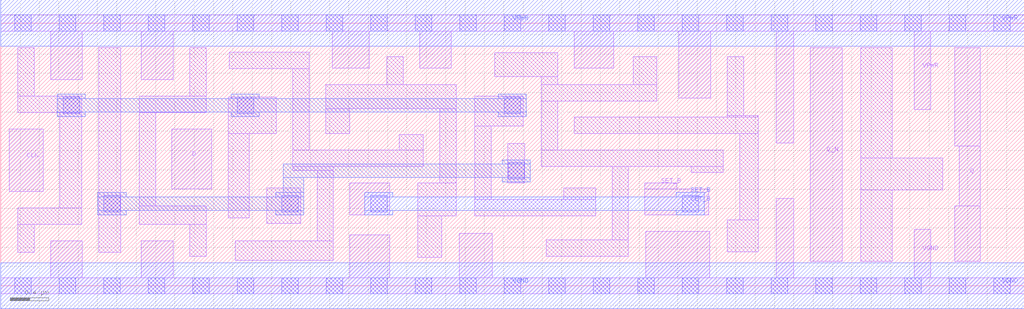
<source format=lef>
# Copyright 2020 The SkyWater PDK Authors
#
# Licensed under the Apache License, Version 2.0 (the "License");
# you may not use this file except in compliance with the License.
# You may obtain a copy of the License at
#
#     https://www.apache.org/licenses/LICENSE-2.0
#
# Unless required by applicable law or agreed to in writing, software
# distributed under the License is distributed on an "AS IS" BASIS,
# WITHOUT WARRANTIES OR CONDITIONS OF ANY KIND, either express or implied.
# See the License for the specific language governing permissions and
# limitations under the License.
#
# SPDX-License-Identifier: Apache-2.0

VERSION 5.7 ;
  NAMESCASESENSITIVE ON ;
  NOWIREEXTENSIONATPIN ON ;
  DIVIDERCHAR "/" ;
  BUSBITCHARS "[]" ;
UNITS
  DATABASE MICRONS 200 ;
END UNITS
MACRO sky130_fd_sc_hd__dfsbp_1
  CLASS CORE ;
  SOURCE USER ;
  FOREIGN sky130_fd_sc_hd__dfsbp_1 ;
  ORIGIN  0.000000  0.000000 ;
  SIZE  10.58000 BY  2.720000 ;
  SYMMETRY X Y R90 ;
  SITE unithd ;
  PIN D
    ANTENNAGATEAREA  0.222000 ;
    DIRECTION INPUT ;
    USE SIGNAL ;
    PORT
      LAYER li1 ;
        RECT 1.770000 1.005000 2.180000 1.625000 ;
    END
  END D
  PIN Q
    ANTENNADIFFAREA  0.429000 ;
    DIRECTION OUTPUT ;
    USE SIGNAL ;
    PORT
      LAYER li1 ;
        RECT 9.865000 0.255000 10.125000 0.825000 ;
        RECT 9.865000 1.445000 10.125000 2.465000 ;
        RECT 9.910000 0.825000 10.125000 1.445000 ;
    END
  END Q
  PIN Q_N
    ANTENNADIFFAREA  0.429000 ;
    DIRECTION OUTPUT ;
    USE SIGNAL ;
    PORT
      LAYER li1 ;
        RECT 8.370000 0.255000 8.700000 2.465000 ;
    END
  END Q_N
  PIN SET_B
    ANTENNAGATEAREA  0.252000 ;
    DIRECTION INPUT ;
    USE SIGNAL ;
    PORT
      LAYER li1 ;
        RECT 3.610000 0.735000 4.020000 1.065000 ;
        RECT 6.660000 0.735000 7.320000 1.005000 ;
        RECT 6.660000 1.005000 6.990000 1.065000 ;
      LAYER mcon ;
        RECT 3.825000 0.765000 3.995000 0.935000 ;
        RECT 7.045000 0.765000 7.215000 0.935000 ;
      LAYER met1 ;
        RECT 3.765000 0.735000 4.055000 0.780000 ;
        RECT 3.765000 0.780000 7.275000 0.920000 ;
        RECT 3.765000 0.920000 4.055000 0.965000 ;
        RECT 6.985000 0.735000 7.275000 0.780000 ;
        RECT 6.985000 0.920000 7.275000 0.965000 ;
    END
  END SET_B
  PIN CLK
    ANTENNAGATEAREA  0.159000 ;
    DIRECTION INPUT ;
    USE CLOCK ;
    PORT
      LAYER li1 ;
        RECT 0.090000 0.975000 0.440000 1.625000 ;
    END
  END CLK
  PIN VGND
    DIRECTION INOUT ;
    SHAPE ABUTMENT ;
    USE GROUND ;
    PORT
      LAYER li1 ;
        RECT 0.000000 -0.085000 10.580000 0.085000 ;
        RECT 0.515000  0.085000  0.845000 0.465000 ;
        RECT 1.455000  0.085000  1.785000 0.465000 ;
        RECT 3.610000  0.085000  4.020000 0.525000 ;
        RECT 4.740000  0.085000  5.080000 0.545000 ;
        RECT 6.670000  0.085000  7.330000 0.565000 ;
        RECT 8.020000  0.085000  8.200000 0.905000 ;
        RECT 9.445000  0.085000  9.615000 0.585000 ;
      LAYER mcon ;
        RECT  0.145000 -0.085000  0.315000 0.085000 ;
        RECT  0.605000 -0.085000  0.775000 0.085000 ;
        RECT  1.065000 -0.085000  1.235000 0.085000 ;
        RECT  1.525000 -0.085000  1.695000 0.085000 ;
        RECT  1.985000 -0.085000  2.155000 0.085000 ;
        RECT  2.445000 -0.085000  2.615000 0.085000 ;
        RECT  2.905000 -0.085000  3.075000 0.085000 ;
        RECT  3.365000 -0.085000  3.535000 0.085000 ;
        RECT  3.825000 -0.085000  3.995000 0.085000 ;
        RECT  4.285000 -0.085000  4.455000 0.085000 ;
        RECT  4.745000 -0.085000  4.915000 0.085000 ;
        RECT  5.205000 -0.085000  5.375000 0.085000 ;
        RECT  5.665000 -0.085000  5.835000 0.085000 ;
        RECT  6.125000 -0.085000  6.295000 0.085000 ;
        RECT  6.585000 -0.085000  6.755000 0.085000 ;
        RECT  7.045000 -0.085000  7.215000 0.085000 ;
        RECT  7.505000 -0.085000  7.675000 0.085000 ;
        RECT  7.965000 -0.085000  8.135000 0.085000 ;
        RECT  8.425000 -0.085000  8.595000 0.085000 ;
        RECT  8.885000 -0.085000  9.055000 0.085000 ;
        RECT  9.345000 -0.085000  9.515000 0.085000 ;
        RECT  9.805000 -0.085000  9.975000 0.085000 ;
        RECT 10.265000 -0.085000 10.435000 0.085000 ;
      LAYER met1 ;
        RECT 0.000000 -0.240000 10.580000 0.240000 ;
    END
  END VGND
  PIN VPWR
    DIRECTION INOUT ;
    SHAPE ABUTMENT ;
    USE POWER ;
    PORT
      LAYER li1 ;
        RECT 0.000000 2.635000 10.580000 2.805000 ;
        RECT 0.515000 2.135000  0.845000 2.635000 ;
        RECT 1.455000 2.135000  1.785000 2.635000 ;
        RECT 3.430000 2.255000  3.810000 2.635000 ;
        RECT 4.330000 2.255000  4.660000 2.635000 ;
        RECT 5.930000 2.255000  6.340000 2.635000 ;
        RECT 7.010000 1.945000  7.340000 2.635000 ;
        RECT 8.020000 1.480000  8.200000 2.635000 ;
        RECT 9.445000 1.825000  9.615000 2.635000 ;
      LAYER mcon ;
        RECT  0.145000 2.635000  0.315000 2.805000 ;
        RECT  0.605000 2.635000  0.775000 2.805000 ;
        RECT  1.065000 2.635000  1.235000 2.805000 ;
        RECT  1.525000 2.635000  1.695000 2.805000 ;
        RECT  1.985000 2.635000  2.155000 2.805000 ;
        RECT  2.445000 2.635000  2.615000 2.805000 ;
        RECT  2.905000 2.635000  3.075000 2.805000 ;
        RECT  3.365000 2.635000  3.535000 2.805000 ;
        RECT  3.825000 2.635000  3.995000 2.805000 ;
        RECT  4.285000 2.635000  4.455000 2.805000 ;
        RECT  4.745000 2.635000  4.915000 2.805000 ;
        RECT  5.205000 2.635000  5.375000 2.805000 ;
        RECT  5.665000 2.635000  5.835000 2.805000 ;
        RECT  6.125000 2.635000  6.295000 2.805000 ;
        RECT  6.585000 2.635000  6.755000 2.805000 ;
        RECT  7.045000 2.635000  7.215000 2.805000 ;
        RECT  7.505000 2.635000  7.675000 2.805000 ;
        RECT  7.965000 2.635000  8.135000 2.805000 ;
        RECT  8.425000 2.635000  8.595000 2.805000 ;
        RECT  8.885000 2.635000  9.055000 2.805000 ;
        RECT  9.345000 2.635000  9.515000 2.805000 ;
        RECT  9.805000 2.635000  9.975000 2.805000 ;
        RECT 10.265000 2.635000 10.435000 2.805000 ;
      LAYER met1 ;
        RECT 0.000000 2.480000 10.580000 2.960000 ;
    END
  END VPWR
  OBS
    LAYER li1 ;
      RECT 0.175000 0.345000 0.345000 0.635000 ;
      RECT 0.175000 0.635000 0.840000 0.805000 ;
      RECT 0.175000 1.795000 0.840000 1.965000 ;
      RECT 0.175000 1.965000 0.345000 2.465000 ;
      RECT 0.610000 0.805000 0.840000 1.795000 ;
      RECT 1.015000 0.345000 1.240000 2.465000 ;
      RECT 1.430000 0.635000 2.125000 0.825000 ;
      RECT 1.430000 0.825000 1.600000 1.795000 ;
      RECT 1.430000 1.795000 2.125000 1.965000 ;
      RECT 1.955000 0.305000 2.125000 0.635000 ;
      RECT 1.955000 1.965000 2.125000 2.465000 ;
      RECT 2.350000 0.705000 2.570000 1.575000 ;
      RECT 2.350000 1.575000 2.850000 1.955000 ;
      RECT 2.360000 2.250000 3.190000 2.420000 ;
      RECT 2.425000 0.265000 3.440000 0.465000 ;
      RECT 2.750000 0.645000 3.100000 1.015000 ;
      RECT 3.020000 1.195000 3.440000 1.235000 ;
      RECT 3.020000 1.235000 4.370000 1.405000 ;
      RECT 3.020000 1.405000 3.190000 2.250000 ;
      RECT 3.270000 0.465000 3.440000 1.195000 ;
      RECT 3.360000 1.575000 3.610000 1.835000 ;
      RECT 3.360000 1.835000 4.710000 2.085000 ;
      RECT 3.990000 2.085000 4.160000 2.375000 ;
      RECT 4.120000 1.405000 4.370000 1.565000 ;
      RECT 4.310000 0.295000 4.560000 0.725000 ;
      RECT 4.310000 0.725000 4.710000 1.065000 ;
      RECT 4.540000 1.065000 4.710000 1.835000 ;
      RECT 4.900000 0.725000 6.150000 0.895000 ;
      RECT 4.900000 0.895000 5.070000 1.655000 ;
      RECT 4.900000 1.655000 5.400000 1.965000 ;
      RECT 5.110000 2.165000 5.760000 2.415000 ;
      RECT 5.240000 1.065000 5.420000 1.475000 ;
      RECT 5.590000 1.235000 7.470000 1.405000 ;
      RECT 5.590000 1.405000 5.760000 1.915000 ;
      RECT 5.590000 1.915000 6.780000 2.085000 ;
      RECT 5.590000 2.085000 5.760000 2.165000 ;
      RECT 5.640000 0.305000 6.490000 0.475000 ;
      RECT 5.820000 0.895000 6.150000 1.015000 ;
      RECT 5.930000 1.575000 7.830000 1.745000 ;
      RECT 6.320000 0.475000 6.490000 1.235000 ;
      RECT 6.540000 2.085000 6.780000 2.375000 ;
      RECT 7.140000 1.175000 7.470000 1.235000 ;
      RECT 7.510000 0.350000 7.830000 0.680000 ;
      RECT 7.510000 1.745000 7.830000 1.765000 ;
      RECT 7.510000 1.765000 7.680000 2.375000 ;
      RECT 7.640000 0.680000 7.830000 1.575000 ;
      RECT 8.890000 0.255000 9.220000 0.995000 ;
      RECT 8.890000 0.995000 9.740000 1.325000 ;
      RECT 8.890000 1.325000 9.220000 2.465000 ;
    LAYER mcon ;
      RECT 0.645000 1.785000 0.815000 1.955000 ;
      RECT 1.065000 0.765000 1.235000 0.935000 ;
      RECT 2.445000 1.785000 2.615000 1.955000 ;
      RECT 2.905000 0.765000 3.075000 0.935000 ;
      RECT 5.205000 1.785000 5.375000 1.955000 ;
      RECT 5.245000 1.105000 5.415000 1.275000 ;
    LAYER met1 ;
      RECT 0.585000 1.755000 0.875000 1.800000 ;
      RECT 0.585000 1.800000 5.435000 1.940000 ;
      RECT 0.585000 1.940000 0.875000 1.985000 ;
      RECT 1.005000 0.735000 1.295000 0.780000 ;
      RECT 1.005000 0.780000 3.135000 0.920000 ;
      RECT 1.005000 0.920000 1.295000 0.965000 ;
      RECT 2.385000 1.755000 2.675000 1.800000 ;
      RECT 2.385000 1.940000 2.675000 1.985000 ;
      RECT 2.845000 0.735000 3.135000 0.780000 ;
      RECT 2.845000 0.920000 3.135000 0.965000 ;
      RECT 2.920000 0.965000 3.135000 1.120000 ;
      RECT 2.920000 1.120000 5.475000 1.260000 ;
      RECT 5.145000 1.755000 5.435000 1.800000 ;
      RECT 5.145000 1.940000 5.435000 1.985000 ;
      RECT 5.185000 1.075000 5.475000 1.120000 ;
      RECT 5.185000 1.260000 5.475000 1.305000 ;
  END
END sky130_fd_sc_hd__dfsbp_1

</source>
